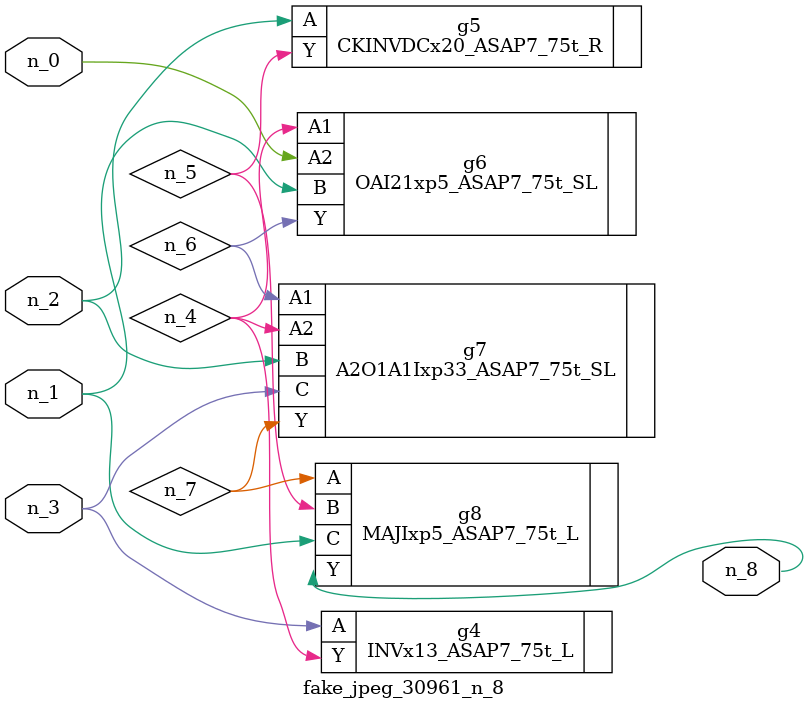
<source format=v>
module fake_jpeg_30961_n_8 (n_0, n_3, n_2, n_1, n_8);

input n_0;
input n_3;
input n_2;
input n_1;

output n_8;

wire n_4;
wire n_6;
wire n_5;
wire n_7;

INVx13_ASAP7_75t_L g4 ( 
.A(n_3),
.Y(n_4)
);

CKINVDCx20_ASAP7_75t_R g5 ( 
.A(n_2),
.Y(n_5)
);

OAI21xp5_ASAP7_75t_SL g6 ( 
.A1(n_4),
.A2(n_0),
.B(n_1),
.Y(n_6)
);

A2O1A1Ixp33_ASAP7_75t_SL g7 ( 
.A1(n_6),
.A2(n_4),
.B(n_2),
.C(n_3),
.Y(n_7)
);

MAJIxp5_ASAP7_75t_L g8 ( 
.A(n_7),
.B(n_5),
.C(n_1),
.Y(n_8)
);


endmodule
</source>
